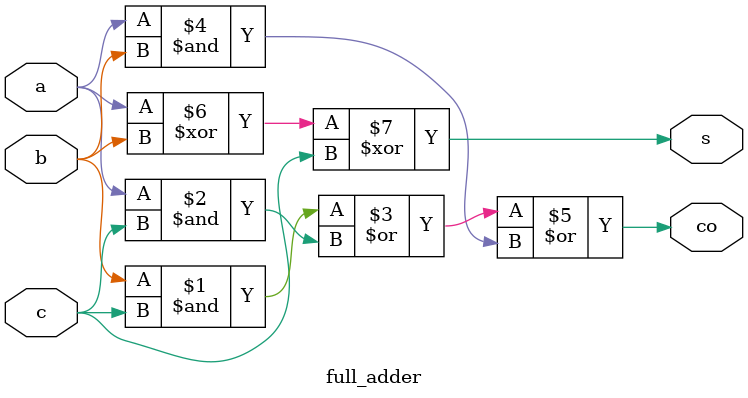
<source format=v>
module full_adder(
    input a,
    input b,
    input c,
    output co,
    output s
);

assign co = (b&c) | (a&c) | (a&b);
assign s = a ^ b ^ c;

endmodule

</source>
